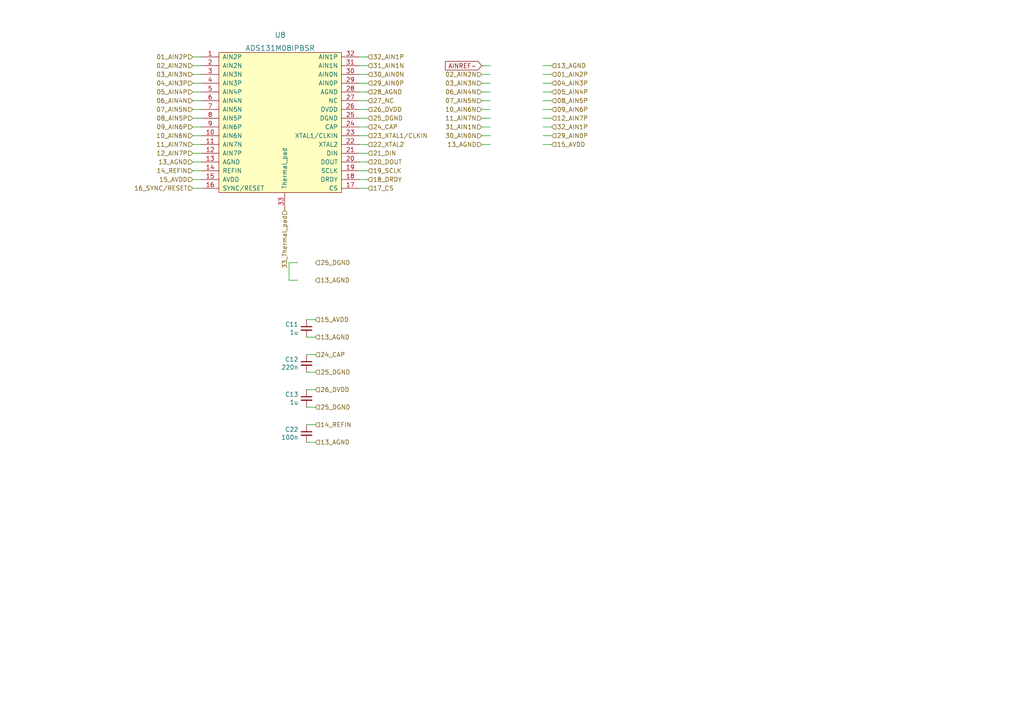
<source format=kicad_sch>
(kicad_sch (version 20230121) (generator eeschema)
  (paper "A4")
  (lib_symbols
    (symbol "FreeEEG32-ads131-rescue:C_Small-Device" (pin_numbers hide) (pin_names (offset 0.254) hide)
      (property "Reference" "C" (at 0.254 1.778 0))
      (property "Value" "C_Small-Device" (at 0.254 -2.032 0))
      (symbol "C_Small-Device_0_1"
        (polyline (pts (xy -1.524 -0.508) (xy 1.524 -0.508)) (stroke (width 0.3302)))
        (polyline (pts (xy -1.524 0.508) (xy 1.524 0.508)) (stroke (width 0.3048)))
      )
      (symbol "C_Small-Device_1_1"
        (pin passive line (at 0 2.54 270) (length 2.032) (name "~") (number "1"))
        (pin passive line (at 0 -2.54 90) (length 2.032) (name "~") (number "2"))
      )
    )
    (symbol "ads131:ADS131M08IPBS" (pin_names (offset 1.016))
      (property "Reference" "U?" (at -1.27 44.45 0))
      (property "Value" "ADS131M08IPBS" (at -1.27 40.64 0))
      (symbol "ADS131M08IPBS_0_1"
        (rectangle (start -19.05 39.37) (end 16.51 -1.27) (fill (type background)))
      )
      (symbol "ADS131M08IPBS_1_1"
        (pin input line (at -24.13 38.1 0) (length 5.08) (name "AIN2P") (number "1"))
        (pin input line (at -24.13 15.24 0) (length 5.08) (name "AIN6N") (number "10"))
        (pin input line (at -24.13 12.7 0) (length 5.08) (name "AIN7N") (number "11"))
        (pin input line (at -24.13 10.16 0) (length 5.08) (name "AIN7P") (number "12"))
        (pin input line (at -24.13 7.62 0) (length 5.08) (name "AGND") (number "13"))
        (pin input line (at -24.13 5.08 0) (length 5.08) (name "REFIN") (number "14"))
        (pin input line (at -24.13 2.54 0) (length 5.08) (name "AVDD") (number "15"))
        (pin input line (at -24.13 0 0) (length 5.08) (name "SYNC/RESET") (number "16"))
        (pin input line (at 21.59 0 180) (length 5.08) (name "CS") (number "17"))
        (pin input line (at 21.59 2.54 180) (length 5.08) (name "DRDY") (number "18"))
        (pin input line (at 21.59 5.08 180) (length 5.08) (name "SCLK") (number "19"))
        (pin input line (at -24.13 35.56 0) (length 5.08) (name "AIN2N") (number "2"))
        (pin input line (at 21.59 7.62 180) (length 5.08) (name "DOUT") (number "20"))
        (pin input line (at 21.59 10.16 180) (length 5.08) (name "DIN") (number "21"))
        (pin input line (at 21.59 12.7 180) (length 5.08) (name "XTAL2") (number "22"))
        (pin input line (at 21.59 15.24 180) (length 5.08) (name "XTAL1/CLKIN") (number "23"))
        (pin input line (at 21.59 17.78 180) (length 5.08) (name "CAP") (number "24"))
        (pin input line (at 21.59 20.32 180) (length 5.08) (name "DGND") (number "25"))
        (pin input line (at 21.59 22.86 180) (length 5.08) (name "DVDD") (number "26"))
        (pin input line (at 21.59 25.4 180) (length 5.08) (name "NC") (number "27"))
        (pin input line (at 21.59 27.94 180) (length 5.08) (name "AGND") (number "28"))
        (pin input line (at 21.59 30.48 180) (length 5.08) (name "AIN0P") (number "29"))
        (pin input line (at -24.13 33.02 0) (length 5.08) (name "AIN3N") (number "3"))
        (pin input line (at 21.59 33.02 180) (length 5.08) (name "AIN0N") (number "30"))
        (pin input line (at 21.59 35.56 180) (length 5.08) (name "AIN1N") (number "31"))
        (pin input line (at 21.59 38.1 180) (length 5.08) (name "AIN1P") (number "32"))
        (pin input line (at 0 -6.35 90) (length 5.08) (name "Thermal_pad") (number "33"))
        (pin input line (at -24.13 30.48 0) (length 5.08) (name "AIN3P") (number "4"))
        (pin input line (at -24.13 27.94 0) (length 5.08) (name "AIN4P") (number "5"))
        (pin input line (at -24.13 25.4 0) (length 5.08) (name "AIN4N") (number "6"))
        (pin input line (at -24.13 22.86 0) (length 5.08) (name "AIN5N") (number "7"))
        (pin input line (at -24.13 20.32 0) (length 5.08) (name "AIN5P") (number "8"))
        (pin input line (at -24.13 17.78 0) (length 5.08) (name "AIN6P") (number "9"))
      )
    )
  )
  (wire (pts (xy 139.7 39.37) (xy 142.24 39.37)))
  (wire (pts (xy 139.7 24.13) (xy 142.24 24.13)))
  (wire (pts (xy 160.02 41.91) (xy 157.48 41.91)))
  (wire (pts (xy 91.44 113.03) (xy 88.9 113.03)))
  (wire (pts (xy 142.24 41.91) (xy 139.7 41.91)))
  (wire (pts (xy 160.02 26.67) (xy 157.48 26.67)))
  (wire (pts (xy 55.88 52.07) (xy 58.42 52.07)))
  (wire (pts (xy 55.88 46.99) (xy 58.42 46.99)))
  (wire (pts (xy 139.7 34.29) (xy 142.24 34.29)))
  (wire (pts (xy 55.88 29.21) (xy 58.42 29.21)))
  (wire (pts (xy 104.14 16.51) (xy 106.68 16.51)))
  (wire (pts (xy 160.02 29.21) (xy 157.48 29.21)))
  (wire (pts (xy 160.02 36.83) (xy 157.48 36.83)))
  (wire (pts (xy 91.44 123.19) (xy 88.9 123.19)))
  (wire (pts (xy 139.7 26.67) (xy 142.24 26.67)))
  (wire (pts (xy 104.14 44.45) (xy 106.68 44.45)))
  (wire (pts (xy 139.7 36.83) (xy 142.24 36.83)))
  (wire (pts (xy 83.82 81.28) (xy 86.36 81.28)))
  (wire (pts (xy 55.88 31.75) (xy 58.42 31.75)))
  (wire (pts (xy 104.14 49.53) (xy 106.68 49.53)))
  (wire (pts (xy 160.02 19.05) (xy 157.48 19.05)))
  (wire (pts (xy 55.88 49.53) (xy 58.42 49.53)))
  (wire (pts (xy 91.44 128.27) (xy 88.9 128.27)))
  (wire (pts (xy 55.88 34.29) (xy 58.42 34.29)))
  (wire (pts (xy 55.88 41.91) (xy 58.42 41.91)))
  (wire (pts (xy 55.88 39.37) (xy 58.42 39.37)))
  (wire (pts (xy 142.24 19.05) (xy 139.7 19.05)))
  (wire (pts (xy 55.88 24.13) (xy 58.42 24.13)))
  (wire (pts (xy 91.44 97.79) (xy 88.9 97.79)))
  (wire (pts (xy 104.14 46.99) (xy 106.68 46.99)))
  (wire (pts (xy 58.42 26.67) (xy 55.88 26.67)))
  (wire (pts (xy 104.14 39.37) (xy 106.68 39.37)))
  (wire (pts (xy 160.02 24.13) (xy 157.48 24.13)))
  (wire (pts (xy 91.44 107.95) (xy 88.9 107.95)))
  (wire (pts (xy 91.44 92.71) (xy 88.9 92.71)))
  (wire (pts (xy 91.44 118.11) (xy 88.9 118.11)))
  (wire (pts (xy 106.68 26.67) (xy 104.14 26.67)))
  (wire (pts (xy 55.88 54.61) (xy 58.42 54.61)))
  (wire (pts (xy 104.14 41.91) (xy 106.68 41.91)))
  (wire (pts (xy 55.88 44.45) (xy 58.42 44.45)))
  (wire (pts (xy 160.02 31.75) (xy 157.48 31.75)))
  (wire (pts (xy 160.02 34.29) (xy 157.48 34.29)))
  (wire (pts (xy 104.14 24.13) (xy 106.68 24.13)))
  (wire (pts (xy 104.14 29.21) (xy 106.68 29.21)))
  (wire (pts (xy 55.88 36.83) (xy 58.42 36.83)))
  (wire (pts (xy 83.82 76.2) (xy 83.82 81.28)))
  (wire (pts (xy 104.14 21.59) (xy 106.68 21.59)))
  (wire (pts (xy 160.02 21.59) (xy 157.48 21.59)))
  (wire (pts (xy 139.7 21.59) (xy 142.24 21.59)))
  (wire (pts (xy 104.14 54.61) (xy 106.68 54.61)))
  (wire (pts (xy 104.14 52.07) (xy 106.68 52.07)))
  (wire (pts (xy 55.88 16.51) (xy 58.42 16.51)))
  (wire (pts (xy 104.14 19.05) (xy 106.68 19.05)))
  (wire (pts (xy 104.14 34.29) (xy 106.68 34.29)))
  (wire (pts (xy 104.14 36.83) (xy 106.68 36.83)))
  (wire (pts (xy 86.36 76.2) (xy 83.82 76.2)))
  (wire (pts (xy 91.44 102.87) (xy 88.9 102.87)))
  (wire (pts (xy 160.02 39.37) (xy 157.48 39.37)))
  (wire (pts (xy 104.14 31.75) (xy 106.68 31.75)))
  (wire (pts (xy 55.88 21.59) (xy 58.42 21.59)))
  (wire (pts (xy 139.7 31.75) (xy 142.24 31.75)))
  (wire (pts (xy 55.88 19.05) (xy 58.42 19.05)))
  (wire (pts (xy 139.7 29.21) (xy 142.24 29.21)))
  (global_label "AINREF-" (shape input) (at 139.7 19.05 180) (property "Intersheetrefs" "${INTERSHEET_REFS}" (effects hide)))
  (hierarchical_label "07_AIN5N" (shape input) (at 139.7 29.21 180))
  (hierarchical_label "11_AIN7N" (shape input) (at 55.88 41.91 180))
  (hierarchical_label "33_Thermal_pad" (shape input) (at 82.55 60.96 270))
  (hierarchical_label "04_AIN3P" (shape input) (at 160.02 24.13 0))
  (hierarchical_label "02_AIN2N" (shape input) (at 139.7 21.59 180))
  (hierarchical_label "25_DGND" (shape input) (at 91.44 76.2 0))
  (hierarchical_label "15_AVDD" (shape input) (at 91.44 92.71 0))
  (hierarchical_label "23_XTAL1{slash}CLKIN" (shape input) (at 106.68 39.37 0))
  (hierarchical_label "29_AIN0P" (shape input) (at 106.68 24.13 0))
  (hierarchical_label "14_REFIN" (shape input) (at 55.88 49.53 180))
  (hierarchical_label "07_AIN5N" (shape input) (at 55.88 31.75 180))
  (hierarchical_label "31_AIN1N" (shape input) (at 106.68 19.05 0))
  (hierarchical_label "10_AIN6N" (shape input) (at 139.7 31.75 180))
  (hierarchical_label "26_DVDD" (shape input) (at 106.68 31.75 0))
  (hierarchical_label "11_AIN7N" (shape input) (at 139.7 34.29 180))
  (hierarchical_label "02_AIN2N" (shape input) (at 55.88 19.05 180))
  (hierarchical_label "21_DIN" (shape input) (at 106.68 44.45 0))
  (hierarchical_label "25_DGND" (shape input) (at 91.44 118.11 0))
  (hierarchical_label "16_SYNC{slash}RESET" (shape input) (at 55.88 54.61 180))
  (hierarchical_label "13_AGND" (shape input) (at 91.44 128.27 0))
  (hierarchical_label "13_AGND" (shape input) (at 91.44 97.79 0))
  (hierarchical_label "20_DOUT" (shape input) (at 106.68 46.99 0))
  (hierarchical_label "08_AIN5P" (shape input) (at 55.88 34.29 180))
  (hierarchical_label "12_AIN7P" (shape input) (at 55.88 44.45 180))
  (hierarchical_label "13_AGND" (shape input) (at 139.7 41.91 180))
  (hierarchical_label "09_AIN6P" (shape input) (at 55.88 36.83 180))
  (hierarchical_label "13_AGND" (shape input) (at 160.02 19.05 0))
  (hierarchical_label "06_AIN4N" (shape input) (at 139.7 26.67 180))
  (hierarchical_label "28_AGND" (shape input) (at 106.68 26.67 0))
  (hierarchical_label "27_NC" (shape input) (at 106.68 29.21 0))
  (hierarchical_label "06_AIN4N" (shape input) (at 55.88 29.21 180))
  (hierarchical_label "03_AIN3N" (shape input) (at 139.7 24.13 180))
  (hierarchical_label "17_CS" (shape input) (at 106.68 54.61 0))
  (hierarchical_label "05_AIN4P" (shape input) (at 55.88 26.67 180))
  (hierarchical_label "22_XTAL2" (shape input) (at 106.68 41.91 0))
  (hierarchical_label "10_AIN6N" (shape input) (at 55.88 39.37 180))
  (hierarchical_label "01_AIN2P" (shape input) (at 160.02 21.59 0))
  (hierarchical_label "30_AIN0N" (shape input) (at 106.68 21.59 0))
  (hierarchical_label "32_AIN1P" (shape input) (at 106.68 16.51 0))
  (hierarchical_label "24_CAP" (shape input) (at 106.68 36.83 0))
  (hierarchical_label "15_AVDD" (shape input) (at 160.02 41.91 0))
  (hierarchical_label "05_AIN4P" (shape input) (at 160.02 26.67 0))
  (hierarchical_label "24_CAP" (shape input) (at 91.44 102.87 0))
  (hierarchical_label "18_DRDY" (shape input) (at 106.68 52.07 0))
  (hierarchical_label "12_AIN7P" (shape input) (at 160.02 34.29 0))
  (hierarchical_label "26_DVDD" (shape input) (at 91.44 113.03 0))
  (hierarchical_label "04_AIN3P" (shape input) (at 55.88 24.13 180))
  (hierarchical_label "08_AIN5P" (shape input) (at 160.02 29.21 0))
  (hierarchical_label "32_AIN1P" (shape input) (at 160.02 36.83 0))
  (hierarchical_label "09_AIN6P" (shape input) (at 160.02 31.75 0))
  (hierarchical_label "31_AIN1N" (shape input) (at 139.7 36.83 180))
  (hierarchical_label "19_SCLK" (shape input) (at 106.68 49.53 0))
  (hierarchical_label "01_AIN2P" (shape input) (at 55.88 16.51 180))
  (hierarchical_label "25_DGND" (shape input) (at 106.68 34.29 0))
  (hierarchical_label "14_REFIN" (shape input) (at 91.44 123.19 0))
  (hierarchical_label "13_AGND" (shape input) (at 55.88 46.99 180))
  (hierarchical_label "13_AGND" (shape input) (at 91.44 81.28 0))
  (hierarchical_label "30_AIN0N" (shape input) (at 139.7 39.37 180))
  (hierarchical_label "03_AIN3N" (shape input) (at 55.88 21.59 180))
  (hierarchical_label "25_DGND" (shape input) (at 91.44 107.95 0))
  (hierarchical_label "29_AIN0P" (shape input) (at 160.02 39.37 0))
  (hierarchical_label "15_AVDD" (shape input) (at 55.88 52.07 180))
  (symbol (lib_id "FreeEEG32-ads131-rescue:C_Small-Device") (at 88.9 115.57 0) (mirror y) (unit 1)
    (property "Reference" "C13" (at 86.5632 114.4016 0) (effects (justify left)))
    (property "Value" "1u" (at 86.5632 116.713 0) (effects (justify left)))
    (property "Footprint" "Capacitor_SMD:C_0402_1005Metric" (effects hide))
    (property "Datasheet" "X7R, not Y5V" (effects hide))
    (property "MNP" "CL05A105KO5NNNC" (effects hide))
  )
  (symbol (lib_id "ads131:ADS131M08IPBS") (at 82.55 54.61 0) (unit 1)
    (property "Reference" "U8" (at 81.28 10.16 0) (effects (font (size 1.524 1.524))))
    (property "Value" "ADS131M08IPBSR" (at 81.28 13.97 0) (effects (font (size 1.524 1.524))))
    (property "Footprint" "Package_QFP:LQFP-32_5x5mm_P0.5mm" (effects hide))
    (property "MNP" "ADS131M08IPBSR" (effects hide))
  )
  (symbol (lib_id "FreeEEG32-ads131-rescue:C_Small-Device") (at 88.9 95.25 0) (mirror y) (unit 1)
    (property "Reference" "C11" (at 86.5632 94.0816 0) (effects (justify left)))
    (property "Value" "1u" (at 86.5632 96.393 0) (effects (justify left)))
    (property "Footprint" "Capacitor_SMD:C_0402_1005Metric" (effects hide))
    (property "Datasheet" "C0G" (effects hide))
    (property "MNP" "CL05A105KO5NNNC" (effects hide))
  )
  (symbol (lib_id "FreeEEG32-ads131-rescue:C_Small-Device") (at 88.9 105.41 0) (mirror y) (unit 1)
    (property "Reference" "C12" (at 86.5632 104.2416 0) (effects (justify left)))
    (property "Value" "220n" (at 86.5632 106.553 0) (effects (justify left)))
    (property "Footprint" "Capacitor_SMD:C_0402_1005Metric" (effects hide))
    (property "Datasheet" "X7R, not Y5V" (effects hide))
    (property "MNP" "CC0402KRX5R5BB224" (effects hide))
  )
  (symbol (lib_id "FreeEEG32-ads131-rescue:C_Small-Device") (at 88.9 125.73 0) (mirror y) (unit 1)
    (property "Reference" "C22" (at 86.5632 124.5616 0) (effects (justify left)))
    (property "Value" "100n" (at 86.5632 126.873 0) (effects (justify left)))
    (property "Footprint" "Capacitor_SMD:C_0402_1005Metric" (effects hide))
    (property "Datasheet" "C0G" (effects hide))
    (property "MNP" "CL05B104KO5NNNC" (effects hide))
  )
)
</source>
